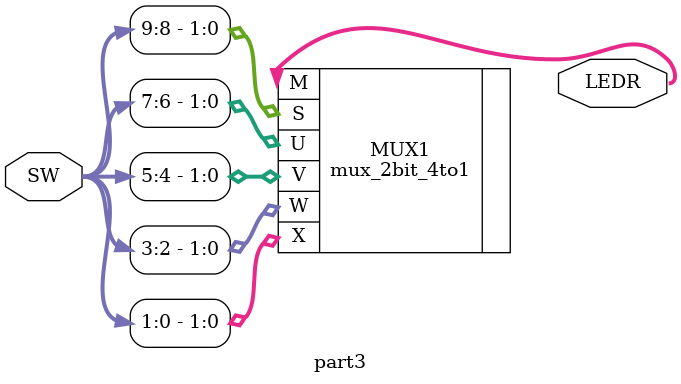
<source format=sv>
`default_nettype none

module part3 (
	input [9:0] SW,
	output [1:0] LEDR
);

mux_2bit_4to1 MUX1 (
	.S(SW[9:8]),
	.U(SW[7:6]),
	.V(SW[5:4]),
	.W(SW[3:2]),
	.X(SW[1:0]),
	.M(LEDR[1:0])
);

endmodule

</source>
